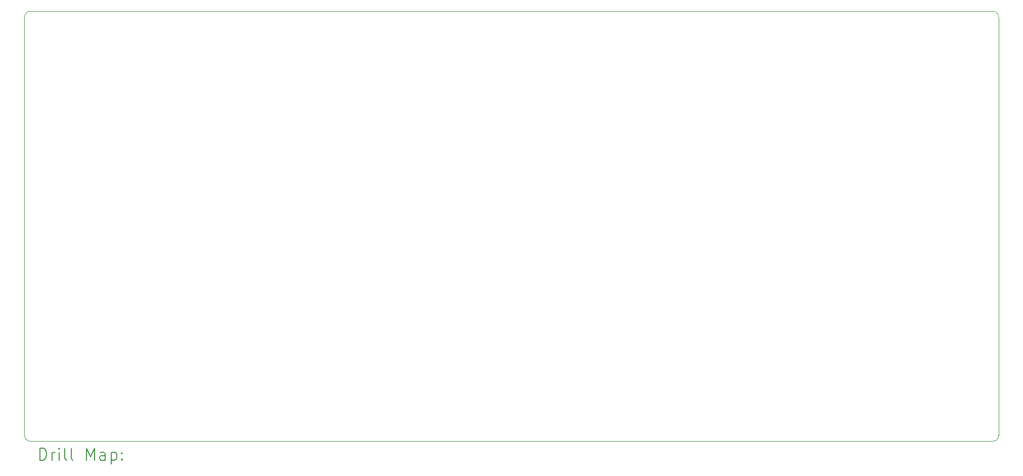
<source format=gbr>
%TF.GenerationSoftware,KiCad,Pcbnew,9.0.6*%
%TF.CreationDate,2025-12-18T09:25:28+01:00*%
%TF.ProjectId,OM-64DO,4f4d2d36-3444-44f2-9e6b-696361645f70,1A*%
%TF.SameCoordinates,Original*%
%TF.FileFunction,Drillmap*%
%TF.FilePolarity,Positive*%
%FSLAX45Y45*%
G04 Gerber Fmt 4.5, Leading zero omitted, Abs format (unit mm)*
G04 Created by KiCad (PCBNEW 9.0.6) date 2025-12-18 09:25:28*
%MOMM*%
%LPD*%
G01*
G04 APERTURE LIST*
%ADD10C,0.050000*%
%ADD11C,0.200000*%
G04 APERTURE END LIST*
D10*
X23760000Y-14150000D02*
X7650000Y-14150000D01*
X7550000Y-7050000D02*
G75*
G02*
X7650000Y-6950000I100000J0D01*
G01*
X23860000Y-14050000D02*
G75*
G02*
X23760000Y-14150000I-100000J0D01*
G01*
X7650000Y-14150000D02*
G75*
G02*
X7550000Y-14050000I0J100000D01*
G01*
X7650000Y-6950000D02*
X23760000Y-6950000D01*
X23860000Y-7050000D02*
X23860000Y-14050000D01*
X7550000Y-14050000D02*
X7550000Y-7050000D01*
X23760000Y-6950000D02*
G75*
G02*
X23860000Y-7050000I0J-100000D01*
G01*
D11*
X7808277Y-14463984D02*
X7808277Y-14263984D01*
X7808277Y-14263984D02*
X7855896Y-14263984D01*
X7855896Y-14263984D02*
X7884467Y-14273508D01*
X7884467Y-14273508D02*
X7903515Y-14292555D01*
X7903515Y-14292555D02*
X7913039Y-14311603D01*
X7913039Y-14311603D02*
X7922562Y-14349698D01*
X7922562Y-14349698D02*
X7922562Y-14378269D01*
X7922562Y-14378269D02*
X7913039Y-14416365D01*
X7913039Y-14416365D02*
X7903515Y-14435412D01*
X7903515Y-14435412D02*
X7884467Y-14454460D01*
X7884467Y-14454460D02*
X7855896Y-14463984D01*
X7855896Y-14463984D02*
X7808277Y-14463984D01*
X8008277Y-14463984D02*
X8008277Y-14330650D01*
X8008277Y-14368746D02*
X8017801Y-14349698D01*
X8017801Y-14349698D02*
X8027324Y-14340174D01*
X8027324Y-14340174D02*
X8046372Y-14330650D01*
X8046372Y-14330650D02*
X8065420Y-14330650D01*
X8132086Y-14463984D02*
X8132086Y-14330650D01*
X8132086Y-14263984D02*
X8122562Y-14273508D01*
X8122562Y-14273508D02*
X8132086Y-14283031D01*
X8132086Y-14283031D02*
X8141610Y-14273508D01*
X8141610Y-14273508D02*
X8132086Y-14263984D01*
X8132086Y-14263984D02*
X8132086Y-14283031D01*
X8255896Y-14463984D02*
X8236848Y-14454460D01*
X8236848Y-14454460D02*
X8227324Y-14435412D01*
X8227324Y-14435412D02*
X8227324Y-14263984D01*
X8360658Y-14463984D02*
X8341610Y-14454460D01*
X8341610Y-14454460D02*
X8332086Y-14435412D01*
X8332086Y-14435412D02*
X8332086Y-14263984D01*
X8589229Y-14463984D02*
X8589229Y-14263984D01*
X8589229Y-14263984D02*
X8655896Y-14406841D01*
X8655896Y-14406841D02*
X8722563Y-14263984D01*
X8722563Y-14263984D02*
X8722563Y-14463984D01*
X8903515Y-14463984D02*
X8903515Y-14359222D01*
X8903515Y-14359222D02*
X8893991Y-14340174D01*
X8893991Y-14340174D02*
X8874944Y-14330650D01*
X8874944Y-14330650D02*
X8836848Y-14330650D01*
X8836848Y-14330650D02*
X8817801Y-14340174D01*
X8903515Y-14454460D02*
X8884467Y-14463984D01*
X8884467Y-14463984D02*
X8836848Y-14463984D01*
X8836848Y-14463984D02*
X8817801Y-14454460D01*
X8817801Y-14454460D02*
X8808277Y-14435412D01*
X8808277Y-14435412D02*
X8808277Y-14416365D01*
X8808277Y-14416365D02*
X8817801Y-14397317D01*
X8817801Y-14397317D02*
X8836848Y-14387793D01*
X8836848Y-14387793D02*
X8884467Y-14387793D01*
X8884467Y-14387793D02*
X8903515Y-14378269D01*
X8998753Y-14330650D02*
X8998753Y-14530650D01*
X8998753Y-14340174D02*
X9017801Y-14330650D01*
X9017801Y-14330650D02*
X9055896Y-14330650D01*
X9055896Y-14330650D02*
X9074944Y-14340174D01*
X9074944Y-14340174D02*
X9084467Y-14349698D01*
X9084467Y-14349698D02*
X9093991Y-14368746D01*
X9093991Y-14368746D02*
X9093991Y-14425888D01*
X9093991Y-14425888D02*
X9084467Y-14444936D01*
X9084467Y-14444936D02*
X9074944Y-14454460D01*
X9074944Y-14454460D02*
X9055896Y-14463984D01*
X9055896Y-14463984D02*
X9017801Y-14463984D01*
X9017801Y-14463984D02*
X8998753Y-14454460D01*
X9179705Y-14444936D02*
X9189229Y-14454460D01*
X9189229Y-14454460D02*
X9179705Y-14463984D01*
X9179705Y-14463984D02*
X9170182Y-14454460D01*
X9170182Y-14454460D02*
X9179705Y-14444936D01*
X9179705Y-14444936D02*
X9179705Y-14463984D01*
X9179705Y-14340174D02*
X9189229Y-14349698D01*
X9189229Y-14349698D02*
X9179705Y-14359222D01*
X9179705Y-14359222D02*
X9170182Y-14349698D01*
X9170182Y-14349698D02*
X9179705Y-14340174D01*
X9179705Y-14340174D02*
X9179705Y-14359222D01*
M02*

</source>
